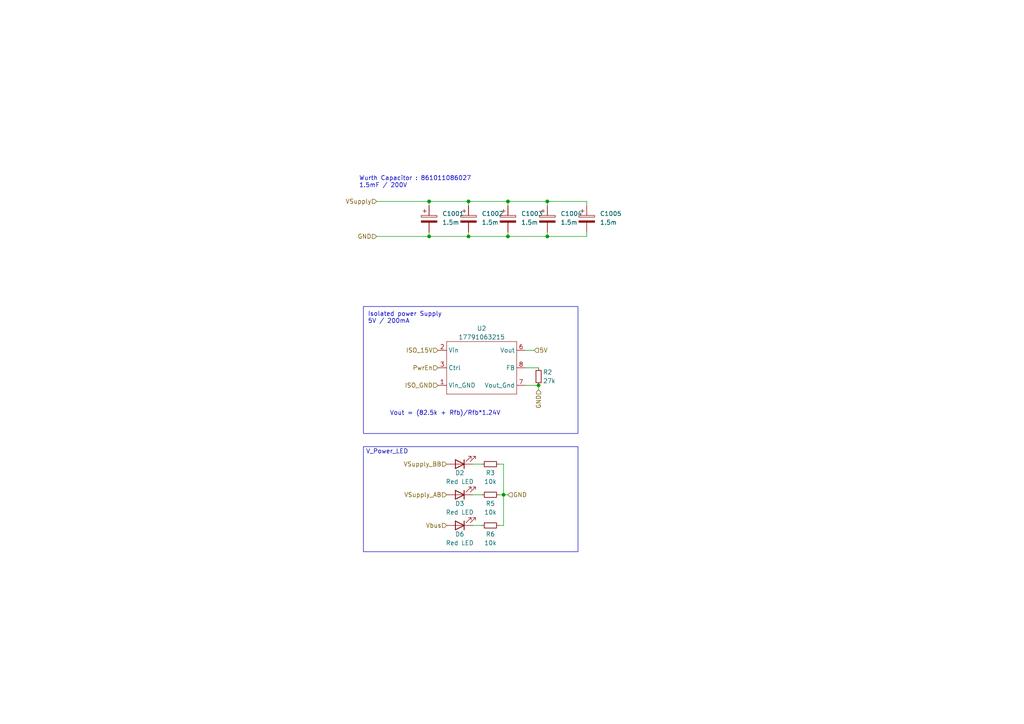
<source format=kicad_sch>
(kicad_sch (version 20231120) (generator "eeschema") (generator_version "8.0")
  (paper "A4")
  (title_block (title "AAP Inverter") (date "2023-05-01") (company "ENSEA"))
  (lib_symbols
    (symbol "Custom:17791063215"
      (property "Reference" "U" (at 7.62 -8.89 0))
      (property "Value" "17791063215" (at 0 8.89 0))
      (symbol "17791063215_0_1"
        (polyline (pts (xy -10.16 -7.62) (xy 10.16 -7.62)) (stroke (width 0.127)))
        (polyline (pts (xy -10.16 7.62) (xy -10.16 -7.62)) (stroke (width 0.127)))
        (polyline (pts (xy 10.16 -7.62) (xy 10.16 7.62)) (stroke (width 0.127)))
        (polyline (pts (xy 10.16 7.62) (xy -10.16 7.62)) (stroke (width 0.127)))
      )
      (symbol "17791063215_1_1"
        (pin power_in line (at -12.7 -5.08 0) (length 2.54) (name "Vin_GND") (number "1"))
        (pin power_in line (at -12.7 5.08 0) (length 2.54) (name "Vin") (number "2"))
        (pin input line (at -12.7 0 0) (length 2.54) (name "Ctrl") (number "3"))
        (pin power_out line (at 12.7 5.08 180) (length 2.54) (name "Vout") (number "6"))
        (pin passive line (at 12.7 -5.08 180) (length 2.54) (name "Vout_Gnd") (number "7"))
        (pin bidirectional line (at 12.7 0 180) (length 2.54) (name "FB") (number "8"))
      )
    )
    (symbol "Device:C_Polarized" (pin_numbers hide) (pin_names (offset 0.254))
      (property "Reference" "C" (at 0.635 2.54 0))
      (property "Value" "C_Polarized" (at 0.635 -2.54 0))
      (symbol "C_Polarized_0_1"
        (rectangle (start -2.286 0.508) (end 2.286 1.016))
        (polyline (pts (xy -1.778 2.286) (xy -0.762 2.286)))
        (polyline (pts (xy -1.27 2.794) (xy -1.27 1.778)))
        (rectangle (start 2.286 -0.508) (end -2.286 -1.016) (fill (type outline)))
      )
      (symbol "C_Polarized_1_1"
        (pin passive line (at 0 3.81 270) (length 2.794) (name "~") (number "1"))
        (pin passive line (at 0 -3.81 90) (length 2.794) (name "~") (number "2"))
      )
    )
    (symbol "Device:LED" (pin_numbers hide) (pin_names (offset 1.016) hide)
      (property "Reference" "D" (at 0 2.54 0))
      (property "Value" "LED" (at 0 -2.54 0))
      (symbol "LED_0_1"
        (polyline (pts (xy -1.27 -1.27) (xy -1.27 1.27)) (stroke (width 0.254)))
        (polyline (pts (xy -1.27 0) (xy 1.27 0)))
        (polyline (pts (xy 1.27 -1.27) (xy 1.27 1.27) (xy -1.27 0) (xy 1.27 -1.27)) (stroke (width 0.254)))
        (polyline (pts (xy -3.048 -0.762) (xy -4.572 -2.286) (xy -3.81 -2.286) (xy -4.572 -2.286) (xy -4.572 -1.524)))
        (polyline (pts (xy -1.778 -0.762) (xy -3.302 -2.286) (xy -2.54 -2.286) (xy -3.302 -2.286) (xy -3.302 -1.524)))
      )
      (symbol "LED_1_1"
        (pin passive line (at -3.81 0 0) (length 2.54) (name "K") (number "1"))
        (pin passive line (at 3.81 0 180) (length 2.54) (name "A") (number "2"))
      )
    )
    (symbol "Device:R_Small" (pin_numbers hide) (pin_names (offset 0.254) hide)
      (property "Reference" "R" (at 0.762 0.508 0))
      (property "Value" "R_Small" (at 0.762 -1.016 0))
      (symbol "R_Small_0_1"
        (rectangle (start -0.762 1.778) (end 0.762 -1.778) (stroke (width 0.2032)))
      )
      (symbol "R_Small_1_1"
        (pin passive line (at 0 2.54 270) (length 0.762) (name "~") (number "1"))
        (pin passive line (at 0 -2.54 90) (length 0.762) (name "~") (number "2"))
      )
    )
  )
  (junction (at 156.21 111.76))
  (junction (at 147.32 68.58))
  (junction (at 124.46 58.42))
  (junction (at 158.75 68.58))
  (junction (at 135.89 58.42))
  (junction (at 147.32 58.42))
  (junction (at 146.05 143.51))
  (junction (at 124.46 68.58))
  (junction (at 158.75 58.42))
  (junction (at 135.89 68.58))
  (wire (pts (xy 147.32 58.42) (xy 158.75 58.42)))
  (wire (pts (xy 146.05 143.51) (xy 146.05 152.4)))
  (wire (pts (xy 124.46 58.42) (xy 124.46 59.69)))
  (wire (pts (xy 109.22 68.58) (xy 124.46 68.58)))
  (wire (pts (xy 158.75 58.42) (xy 158.75 59.69)))
  (wire (pts (xy 124.46 67.31) (xy 124.46 68.58)))
  (wire (pts (xy 144.78 143.51) (xy 146.05 143.51)))
  (wire (pts (xy 147.32 68.58) (xy 158.75 68.58)))
  (wire (pts (xy 152.4 106.68) (xy 156.21 106.68)))
  (wire (pts (xy 135.89 58.42) (xy 147.32 58.42)))
  (wire (pts (xy 109.22 58.42) (xy 124.46 58.42)))
  (wire (pts (xy 158.75 67.31) (xy 158.75 68.58)))
  (wire (pts (xy 147.32 58.42) (xy 147.32 59.69)))
  (wire (pts (xy 135.89 67.31) (xy 135.89 68.58)))
  (wire (pts (xy 152.4 101.6) (xy 154.94 101.6)))
  (wire (pts (xy 158.75 58.42) (xy 170.18 58.42)))
  (wire (pts (xy 135.89 68.58) (xy 147.32 68.58)))
  (wire (pts (xy 144.78 134.62) (xy 146.05 134.62)))
  (wire (pts (xy 137.16 143.51) (xy 139.7 143.51)))
  (wire (pts (xy 170.18 59.69) (xy 170.18 58.42)))
  (wire (pts (xy 137.16 134.62) (xy 139.7 134.62)))
  (wire (pts (xy 124.46 68.58) (xy 135.89 68.58)))
  (wire (pts (xy 124.46 58.42) (xy 135.89 58.42)))
  (wire (pts (xy 147.32 67.31) (xy 147.32 68.58)))
  (wire (pts (xy 170.18 67.31) (xy 170.18 68.58)))
  (wire (pts (xy 135.89 59.69) (xy 135.89 58.42)))
  (wire (pts (xy 158.75 68.58) (xy 170.18 68.58)))
  (wire (pts (xy 156.21 113.03) (xy 156.21 111.76)))
  (wire (pts (xy 152.4 111.76) (xy 156.21 111.76)))
  (wire (pts (xy 146.05 143.51) (xy 147.32 143.51)))
  (wire (pts (xy 146.05 134.62) (xy 146.05 143.51)))
  (wire (pts (xy 137.16 152.4) (xy 139.7 152.4)))
  (wire (pts (xy 144.78 152.4) (xy 146.05 152.4)))
  (rectangle (start 105.41 129.54) (end 167.64 160.02))
  (rectangle (start 105.41 88.9) (end 167.64 125.73))
  (text "V_Power_LED\n" (at 112.268 131.064 0) (effects (font (size 1.27 1.27))))
  (text "Wurth Capacitor : 861011086027\n1.5mF / 200V" (at 104.14 54.61 0) (effects (font (size 1.27 1.27)) (justify left bottom)))
  (text "Vout = (82.5k + Rfb)/Rfb*1.24V\n" (at 113.03 120.65 0) (effects (font (size 1.27 1.27)) (justify left bottom)))
  (text "Isolated power Supply \n5V / 200mA" (at 106.68 93.98 0) (effects (font (size 1.27 1.27)) (justify left bottom)))
  (hierarchical_label "ISO_GND" (shape input) (at 127 111.76 180))
  (hierarchical_label "VSupply" (shape input) (at 109.22 58.42 180))
  (hierarchical_label "PwrEn" (shape input) (at 127 106.68 180))
  (hierarchical_label "GND" (shape input) (at 156.21 113.03 270))
  (hierarchical_label "VSupply_AB" (shape input) (at 129.54 143.51 180))
  (hierarchical_label "GND" (shape input) (at 147.32 143.51 0))
  (hierarchical_label "5V" (shape input) (at 154.94 101.6 0))
  (hierarchical_label "VSupply_BB" (shape input) (at 129.54 134.62 180))
  (hierarchical_label "GND" (shape input) (at 109.22 68.58 180))
  (hierarchical_label "Vbus" (shape input) (at 129.54 152.4 180))
  (hierarchical_label "ISO_15V" (shape input) (at 127 101.6 180))
  (symbol (lib_id "Device:R_Small") (at 142.24 152.4 90) (unit 1)
    (property "Reference" "R6" (at 142.24 154.94 90))
    (property "Value" "10k" (at 142.24 157.48 90))
    (property "Footprint" "Resistor_SMD:R_0402_1005Metric" (effects (hide yes)))
    (property "Fournisseur" "Farnell" (effects (hide yes)))
    (property "MFR" "CRCW0402390RFKEDC" (effects (hide yes)))
    (property "Ref" "4177482" (effects (hide yes)))
  )
  (symbol (lib_id "Device:R_Small") (at 142.24 143.51 90) (unit 1)
    (property "Reference" "R5" (at 142.24 146.05 90))
    (property "Value" "10k" (at 142.24 148.59 90))
    (property "Footprint" "Resistor_SMD:R_0402_1005Metric" (effects (hide yes)))
    (property "Fournisseur" "Stock" (effects (hide yes)))
  )
  (symbol (lib_id "Device:R_Small") (at 156.21 109.22 0) (unit 1)
    (property "Reference" "R2" (at 157.48 107.95 0) (effects (justify left)))
    (property "Value" "27k" (at 157.48 110.49 0) (effects (justify left)))
    (property "Footprint" "Resistor_SMD:R_0402_1005Metric" (effects (hide yes)))
    (property "Fournisseur" "Stock" (effects (hide yes)))
  )
  (symbol (lib_id "Device:LED") (at 133.35 134.62 180) (unit 1)
    (property "Reference" "D2" (at 133.35 137.16 0))
    (property "Value" "Red LED" (at 133.35 139.7 0))
    (property "Footprint" "LED_SMD:LED_0603_1608Metric" (effects (hide yes)))
    (property "Fournisseur" "Wurth" (effects (hide yes)))
    (property "MFR" "150 060 RS5 504 0" (effects (hide yes)))
  )
  (symbol (lib_id "Device:LED") (at 133.35 152.4 180) (unit 1)
    (property "Reference" "D6" (at 133.35 154.94 0))
    (property "Value" "Red LED" (at 133.35 157.48 0))
    (property "Footprint" "LED_SMD:LED_0603_1608Metric" (effects (hide yes)))
    (property "Fournisseur" "Wurth" (effects (hide yes)))
    (property "MFR" "150 060 RS5 504 0" (effects (hide yes)))
  )
  (symbol (lib_id "Device:C_Polarized") (at 135.89 63.5 0) (unit 1)
    (property "Reference" "C1002" (at 139.7 61.976 0) (effects (justify left)))
    (property "Value" "1.5m" (at 139.7 64.516 0) (effects (justify left)))
    (property "Footprint" "Capacitor_THT:CP_Radial_D35.0mm_P10.00mm_SnapIn" (effects (hide yes)))
    (property "Fournisseur" "Wurth" (effects (hide yes)))
    (property "MFR" "861 011 086 027" (effects (hide yes)))
  )
  (symbol (lib_id "Device:C_Polarized") (at 170.18 63.5 0) (unit 1)
    (property "Reference" "C1005" (at 173.99 61.976 0) (effects (justify left)))
    (property "Value" "1.5m" (at 173.99 64.516 0) (effects (justify left)))
    (property "Footprint" "Capacitor_THT:CP_Radial_D35.0mm_P10.00mm_SnapIn" (effects (hide yes)))
    (property "Fournisseur" "Wurth" (effects (hide yes)))
    (property "MFR" "861 011 086 027" (effects (hide yes)))
  )
  (symbol (lib_id "Device:C_Polarized") (at 147.32 63.5 0) (unit 1)
    (property "Reference" "C1003" (at 151.13 61.976 0) (effects (justify left)))
    (property "Value" "1.5m" (at 151.13 64.516 0) (effects (justify left)))
    (property "Footprint" "Capacitor_THT:CP_Radial_D35.0mm_P10.00mm_SnapIn" (effects (hide yes)))
    (property "Fournisseur" "Wurth" (effects (hide yes)))
    (property "MFR" "861 011 086 027" (effects (hide yes)))
  )
  (symbol (lib_id "Device:C_Polarized") (at 158.75 63.5 0) (unit 1)
    (property "Reference" "C1004" (at 162.56 61.976 0) (effects (justify left)))
    (property "Value" "1.5m" (at 162.56 64.516 0) (effects (justify left)))
    (property "Footprint" "Capacitor_THT:CP_Radial_D35.0mm_P10.00mm_SnapIn" (effects (hide yes)))
    (property "Fournisseur" "Wurth" (effects (hide yes)))
    (property "MFR" "861 011 086 027" (effects (hide yes)))
  )
  (symbol (lib_id "Device:C_Polarized") (at 124.46 63.5 0) (unit 1)
    (property "Reference" "C1001" (at 128.27 61.976 0) (effects (justify left)))
    (property "Value" "1.5m" (at 128.27 64.516 0) (effects (justify left)))
    (property "Footprint" "Capacitor_THT:CP_Radial_D35.0mm_P10.00mm_SnapIn" (effects (hide yes)))
    (property "Fournisseur" "Wurth" (effects (hide yes)))
    (property "MFR" "861 011 086 027" (effects (hide yes)))
  )
  (symbol (lib_id "Device:LED") (at 133.35 143.51 180) (unit 1)
    (property "Reference" "D3" (at 133.35 146.05 0))
    (property "Value" "Red LED" (at 133.35 148.59 0))
    (property "Footprint" "LED_SMD:LED_0603_1608Metric" (effects (hide yes)))
    (property "Fournisseur" "Wurth" (effects (hide yes)))
    (property "MFR" "150 060 RS5 504 0" (effects (hide yes)))
  )
  (symbol (lib_id "Device:R_Small") (at 142.24 134.62 90) (unit 1)
    (property "Reference" "R3" (at 142.24 137.16 90))
    (property "Value" "10k" (at 142.24 139.7 90))
    (property "Footprint" "Resistor_SMD:R_0402_1005Metric" (effects (hide yes)))
    (property "Fournisseur" "Stock" (effects (hide yes)))
  )
  (symbol (lib_id "Custom:17791063215") (at 139.7 106.68 0) (unit 1)
    (property "Reference" "U2" (at 139.7 95.25 0))
    (property "Value" "17791063215" (at 139.7 97.79 0))
    (property "Footprint" "Custom:17791063215" (effects (hide yes)))
    (property "Datasheet" "https://www.we-online.com/components/products/datasheet/17791063215.pdf" (effects (hide yes)))
    (property "Fournisseur" "Wurth" (effects (hide yes)))
    (property "MFR" "177 910 632 15" (effects (hide yes)))
  )
)
</source>
